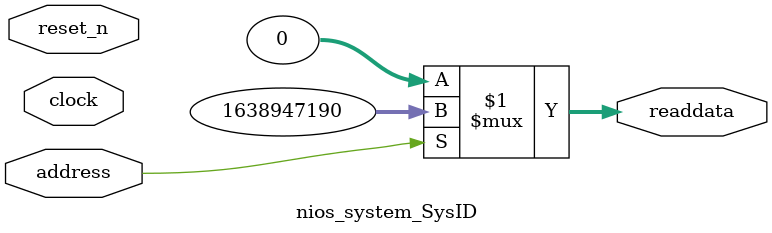
<source format=v>



// synthesis translate_off
`timescale 1ns / 1ps
// synthesis translate_on

// turn off superfluous verilog processor warnings 
// altera message_level Level1 
// altera message_off 10034 10035 10036 10037 10230 10240 10030 

module nios_system_SysID (
               // inputs:
                address,
                clock,
                reset_n,

               // outputs:
                readdata
             )
;

  output  [ 31: 0] readdata;
  input            address;
  input            clock;
  input            reset_n;

  wire    [ 31: 0] readdata;
  //control_slave, which is an e_avalon_slave
  assign readdata = address ? 1638947190 : 0;

endmodule



</source>
